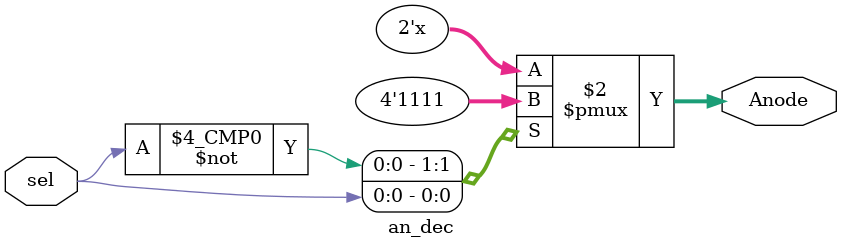
<source format=sv>
module an_dec(input logic sel,output logic [1:0] Anode);
    always_comb begin
        case (sel)
            1'b0 : Anode <= 8'b01111111;
            1'b1 : Anode <= 8'b10111111;

         endcase
     end    
 endmodule



</source>
